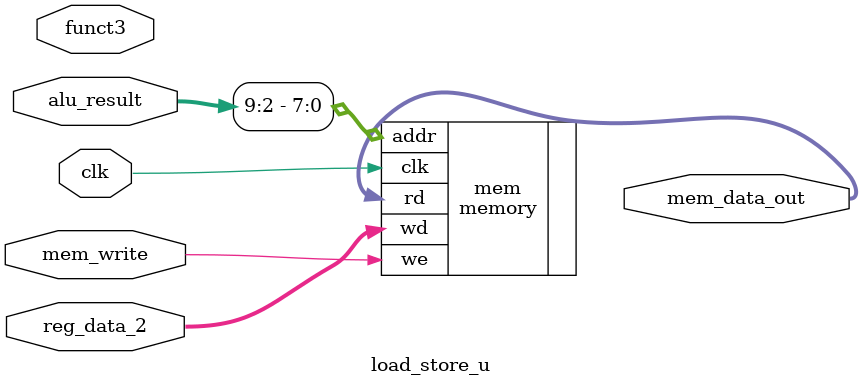
<source format=sv>
module load_store_u (
    input logic clk,
    input logic [31:0] alu_result,
    input logic [31:0] reg_data_2,
    input logic [2:0] funct3,
    input logic mem_write,
    output logic [31:0] mem_data_out
);

    memory mem(
        .clk(clk),
        .we(mem_write),
        .addr(alu_result[9:2]), 
        .wd(reg_data_2),
        .rd(mem_data_out)
    );
    
endmodule
</source>
